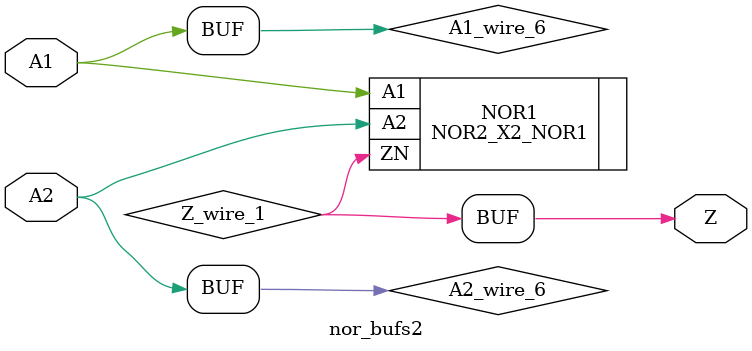
<source format=v>
/*
###############################################################
#  Generated by:      Cadence Innovus 19.11-s128_1
#  OS:                Linux x86_64(Host ID asic.ecs.tuwien.ac.at)
#  Generated on:      Fri May 28 07:51:27 2021
#  Design:            nor_bufs2
#  Command:           write_netlist nor_bufs2_post.v
###############################################################
*/
// Generated by Cadence Genus(TM) Synthesis Solution 19.11-s087_1
// Generated on: May 28 2021 07:50:27 CEST (May 28 2021 05:50:27 UTC)
// Verification Directory fv/nor_bufs2 
module nor_bufs2 (
	A1, 
	A2, 
	Z);
   input A1;
   input A2;
   output Z;

   // Internal wires
   wire A1_wire_2;
   wire A1_wire_3;
   wire A1_wire_4;
   wire A1_wire_5;
   wire A1_wire_6;
   wire A2_wire_2;
   wire A2_wire_3;
   wire A2_wire_4;
   wire A2_wire_5;
   wire A2_wire_6;
   wire Z_wire_1;
   wire Z_wire_3;
   wire Z_wire_4;
   wire Z_wire_5;
   wire Z_wire_6;

   
   assign A1_wire_6 = A1;
   assign A2_wire_6 = A2;
   assign Z = Z_wire_1;

   // BUF_X2_BUFA11 BUF_A1_1 (.I(A1),
	// .Z(A1_wire_2));
   // BUF_X2_BUFA12 BUF_A1_2 (.I(A1_wire_2),
	// .Z(A1_wire_3));
   // BUF_X2_BUFA13 BUF_A1_3 (.I(A1_wire_3),
	// .Z(A1_wire_4));
   // BUF_X2_BUFA14 BUF_A1_4 (.I(A1_wire_4),
	// .Z(A1_wire_5));
   // BUF_X2_BUFA15 BUF_A1_5 (.I(A1_wire_5),
	// .Z(A1_wire_6));
   // BUF_X2_BUFA21 BUF_A2_1 (.I(A2),
	// .Z(A2_wire_2));
   // BUF_X2_BUFA22 BUF_A2_2 (.I(A2_wire_2),
	// .Z(A2_wire_3));
   // BUF_X2_BUFA23 BUF_A2_3 (.I(A2_wire_3),
	// .Z(A2_wire_4));
   // BUF_X2_BUFA24 BUF_A2_4 (.I(A2_wire_4),
	// .Z(A2_wire_5));
   // BUF_X2_BUFA25 BUF_A2_5 (.I(A2_wire_5),
	// .Z(A2_wire_6));
   // BUF_X2_BUFZ1 BUF_Z_1 (.I(1'b0),
	// .Z(Z));
   // BUF_X2_BUFZ2 BUF_Z_2 (.I(Z),
	// .Z(Z_wire_3));
   // BUF_X2_BUFZ3 BUF_Z_3 (.I(Z_wire_3),
	// .Z(Z_wire_4));
   // BUF_X2_BUFZ4 BUF_Z_4 (.I(Z_wire_4),
	// .Z(Z_wire_5));
   // BUF_X2_BUFZ5 BUF_Z_5 (.I(Z_wire_5),
	// .Z(Z_wire_6));

   NOR2_X2_NOR1 NOR1 (.A1(A1_wire_6),
	.A2(A2_wire_6),
	.ZN(Z_wire_1));
endmodule

</source>
